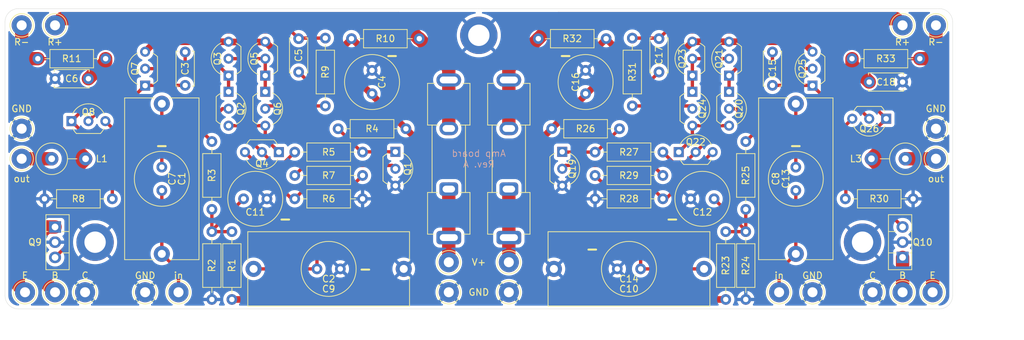
<source format=kicad_pcb>
(kicad_pcb (version 20241229) (generator "pcbnew") (generator_version "9.0")
  (layers (0 "F.Cu" signal) (2 "B.Cu" signal) (13 "F.Paste" user) (15 "B.Paste" user) (5 "F.SilkS" user "F.Silkscreen") (7 "B.SilkS" user "B.Silkscreen") (1 "F.Mask" user) (3 "B.Mask" user) (25 "Edge.Cuts" user))
  (net 0 "")
  (net 1 "/channel_r/in+")
  (net 2 "Net-(J1-Pin_1)")
  (net 3 "GND")
  (net 4 "Net-(C2-Pad1)")
  (net 5 "Net-(Q7-C)")
  (net 6 "Net-(Q2-C)")
  (net 7 "/channel_r/V+_filt")
  (net 8 "Net-(J3-Pin_1)")
  (net 9 "/channel_r/in-")
  (net 10 "Net-(C6-Pad1)")
  (net 11 "/channel_l/in+")
  (net 12 "Net-(J_in1-Pin_1)")
  (net 13 "Net-(C10-Pad1)")
  (net 14 "Net-(Q20-C)")
  (net 15 "Net-(Q10-B)")
  (net 16 "/channel_l/V+_filt")
  (net 17 "/channel_l/in-")
  (net 18 "Net-(J_E1-Pin_1)")
  (net 19 "Net-(C18-Pad1)")
  (net 20 "/channel_l/V+")
  (net 21 "Net-(J5-Pin_1)")
  (net 22 "Net-(J8-Pin_1)")
  (net 23 "Net-(J_R+1-Pin_1)")
  (net 24 "Net-(J_B1-Pin_1)")
  (net 25 "Net-(Q1-C)")
  (net 26 "Net-(Q1-B)")
  (net 27 "Net-(Q2-E)")
  (net 28 "Net-(Q3-B)")
  (net 29 "Net-(Q4-B)")
  (net 30 "Net-(Q8-E)")
  (net 31 "Net-(Q19-C)")
  (net 32 "Net-(Q19-B)")
  (net 33 "Net-(Q20-E)")
  (net 34 "Net-(Q21-B)")
  (net 35 "Net-(Q22-B)")
  (net 36 "Net-(Q26-E)")
  (net 37 "Net-(C11-Pad1)")
  (net 38 "Net-(C12-Pad1)")
  (net 39 "Net-(J2-Pin_1)")
  (net 40 "Net-(J_out1-Pin_1)")
  (net 41 "/channel_r/V+")
  (footprint "Inductor_THT:L_Axial_L11.0mm_D4.5mm_P5.08mm_Vertical_Fastron_MECC" (layer "F.Cu") (at 86 82.5)
    (property "Reference" "L1")
    (property "Value" "10u")
  )
  (footprint "Capacitor_THT:C_Disc_D5.0mm_W2.5mm_P5.00mm" (layer "F.Cu") (at 177 69.5 90)
    (property "Reference" "C17")
    (property "Value" "3.3p")
  )
  (footprint "Package_TO_SOT_THT:TO-92_Inline_Wide" (layer "F.Cu") (at 137.5 81.46 -90)
    (property "Reference" "Q1")
    (property "Value" "BC547")
  )
  (footprint "TestPoint:TestPoint_THTPad_D3.0mm_Drill1.5mm" (layer "F.Cu") (at 154.5 102.5)
    (property "Reference" "J11" (hide yes))
    (property "Value" "in_GND")
  )
  (footprint "Package_TO_SOT_THT:TO-92_Inline_Wide" (layer "F.Cu") (at 88.96 76.86)
    (property "Reference" "Q8")
    (property "Value" "BC547")
  )
  (footprint "Capacitor_THT:C_Radial_D8.0mm_H11.5mm_P3.50mm" (layer "F.Cu") (at 185.25 88.5 180)
    (property "Reference" "C12")
    (property "Value" "33u")
  )
  (footprint "Package_TO_SOT_THT:TO-92_Inline_Wide" (layer "F.Cu") (at 162.5 81.46 -90)
    (property "Reference" "Q19")
    (property "Value" "BC547")
  )
  (footprint "Package_TO_SOT_THT:TO-92_Inline_Wide" (layer "F.Cu") (at 187.5 70.04 90)
    (property "Reference" "Q21")
    (property "Value" "BC557")
  )
  (footprint "Capacitor_THT:C_Disc_D5.0mm_W2.5mm_P5.00mm" (layer "F.Cu") (at 91.5 70.5 180)
    (property "Reference" "C6")
    (property "Value" "C_sn")
  )
  (footprint "Package_TO_SOT_THT:TO-92_Inline_Wide" (layer "F.Cu") (at 112.5 72.46 -90)
    (property "Reference" "Q2")
    (property "Value" "BC547")
  )
  (footprint "Capacitor_THT:C_Radial_D8.0mm_H11.5mm_P3.50mm" (layer "F.Cu") (at 166 72.75 90)
    (property "Reference" "C16")
    (property "Value" "33u")
  )
  (footprint "Resistor_THT:R_Axial_DIN0207_L6.3mm_D2.5mm_P10.16mm_Horizontal" (layer "F.Cu") (at 177.58 85 180)
    (property "Reference" "R29")
    (property "Value" "10k")
  )
  (footprint "Package_TO_SOT_THT:TO-92_Inline_Wide" (layer "F.Cu") (at 182 72.46 -90)
    (property "Reference" "Q24")
    (property "Value" "BC547")
  )
  (footprint "Resistor_THT:R_Axial_DIN0207_L6.3mm_D2.5mm_P10.16mm_Horizontal" (layer "F.Cu") (at 173 74.58 90)
    (property "Reference" "R31")
    (property "Value" "47k")
  )
  (footprint "TestPoint:TestPoint_THTPad_D3.0mm_Drill1.5mm" (layer "F.Cu") (at 81.5 62.5 90)
    (property "Reference" "J3" (hide yes))
    (property "Value" "R_power-")
  )
  (footprint "MountingHole:MountingHole_3.2mm_M3_DIN965_Pad_TopBottom" (layer "F.Cu") (at 150 64)
    (property "Reference" "H2" (hide yes))
    (property "Value" "MountingHole_Pad")
  )
  (footprint "TestPoint:TestPoint_THTPad_D3.0mm_Drill1.5mm" (layer "F.Cu") (at 195 102.5 -90)
    (property "Reference" "J_in1" (hide yes))
    (property "Value" "in")
  )
  (footprint "Capacitor_THT:C_Rect_L24.0mm_W10.9mm_P22.50mm_MKT" (layer "F.Cu") (at 197.5 96.75 90)
    (property "Reference" "C8")
    (property "Value" "10u_foil")
  )
  (footprint "Package_TO_SOT_THT:TO-126-3_Vertical" (layer "F.Cu") (at 86.5 92.72 -90)
    (property "Reference" "Q9")
    (property "Value" "BD140")
  )
  (footprint "TestPoint:TestPoint_THTPad_D3.0mm_Drill1.5mm" (layer "F.Cu") (at 213.5 102.5 90)
    (property "Reference" "J_B1" (hide yes))
    (property "Value" "MJ2955_B")
  )
  (footprint "Package_TO_SOT_THT:TO-92_Inline_Wide" (layer "F.Cu") (at 112.5 70.04 90)
    (property "Reference" "Q3")
    (property "Value" "BC557")
  )
  (footprint "TestPoint:TestPoint_THTPad_D3.0mm_Drill1.5mm" (layer "F.Cu") (at 81.5 82.5 180)
    (property "Reference" "J8" (hide yes))
    (property "Value" "out")
  )
  (footprint "Capacitor_THT:C_Radial_D8.0mm_H11.5mm_P3.50mm" (layer "F.Cu") (at 102.5 87.25 90)
    (property "Reference" "C1")
    (property "Value" "33u")
  )
  (footprint "Package_TO_SOT_THT:TO-92_Inline_Wide" (layer "F.Cu") (at 187.5 72.46 -90)
    (property "Reference" "Q20")
    (property "Value" "BC547")
  )
  (footprint "TestPoint:TestPoint_THTPad_D3.0mm_Drill1.5mm" (layer "F.Cu") (at 145.5 102.5)
    (property "Reference" "J12" (hide yes))
    (property "Value" "GND")
  )
  (footprint "Package_TO_SOT_THT:TO-92_Inline_Wide" (layer "F.Cu") (at 179.96 81.5)
    (property "Reference" "Q22")
    (property "Value" "BC547")
  )
  (footprint "Capacitor_THT:C_Radial_D8.0mm_H11.5mm_P3.50mm" (layer "F.Cu") (at 174.25 99 180)
    (property "Reference" "C14")
    (property "Value" "33u")
  )
  (footprint "Resistor_THT:R_Axial_DIN0207_L6.3mm_D2.5mm_P10.16mm_Horizontal" (layer "F.Cu") (at 204.92 88.5)
    (property "Reference" "R30")
    (property "Value" "330")
  )
  (footprint "Resistor_THT:R_Axial_DIN0207_L6.3mm_D2.5mm_P10.16mm_Horizontal" (layer "F.Cu") (at 130.92 64.5)
    (property "Reference" "R10")
    (property "Value" "10")
  )
  (footprint "Resistor_THT:R_Axial_DIN0207_L6.3mm_D2.5mm_P10.16mm_Horizontal" (layer "F.Cu") (at 216.08 67.5 180)
    (property "Reference" "R33")
    (property "Value" "R_sn")
  )
  (footprint "TestPoint:TestPoint_THTPad_D3.0mm_Drill1.5mm" (layer "F.Cu") (at 218.5 82.5 90)
    (property "Reference" "J_out1" (hide yes))
    (property "Value" "out")
  )
  (footprint "TestPoint:TestPoint_THTPad_D3.0mm_Drill1.5mm" (layer "F.Cu") (at 154.5 98 90)
    (property "Reference" "J7" (hide yes))
    (property "Value" "V+_in")
  )
  (footprint "Resistor_THT:R_Axial_DIN0207_L6.3mm_D2.5mm_P10.16mm_Horizontal" (layer "F.Cu") (at 190 93.42 -90)
    (property "Reference" "R24")
    (property "Value" "4k7")
  )
  (footprint "Capacitor_THT:C_Rect_L24.0mm_W10.9mm_P22.50mm_MKT" (layer "F.Cu") (at 116.25 99)
    (property "Reference" "C9")
    (property "Value" "10u_foil")
  )
  (footprint "Resistor_THT:R_Axial_DIN0207_L6.3mm_D2.5mm_P10.16mm_Horizontal" (layer "F.Cu") (at 127 74.58 90)
    (property "Reference" "R9")
    (property "Value" "47k")
  )
  (footprint "Package_TO_SOT_THT:TO-92_Inline_Wide" (layer "F.Cu") (at 211.04 76.5 180)
    (property "Reference" "Q26")
    (property "Value" "BC547")
  )
  (footprint "Resistor_THT:R_Axial_DIN0207_L6.3mm_D2.5mm_P10.16mm_Horizontal" (layer "F.Cu") (at 169.08 64.5 180)
    (property "Reference" "R32")
    (property "Value" "10")
  )
  (footprint "Package_TO_SOT_THT:TO-92_Inline_Wide" (layer "F.Cu") (at 118 72.46 -90)
    (property "Reference" "Q6")
    (property "Value" "BC547")
  )
  (footprint "Resistor_THT:R_Axial_DIN0207_L6.3mm_D2.5mm_P10.16mm_Horizontal" (layer "F.Cu") (at 171.08 78 180)
    (property "Reference" "R26")
    (property "Value" "22k" (hide yes))
  )
  (footprint "Resistor_THT:R_Axial_DIN0207_L6.3mm_D2.5mm_P10.16mm_Horizontal" (layer "F.Cu") (at 122.42 85)
    (property "Reference" "R7")
    (property "Value" "10k")
  )
  (footprint "Package_TO_SOT_THT:TO-92_Inline_Wide" (layer "F.Cu") (at 118 70.04 90)
    (property "Reference" "Q5")
    (property "Value" "BC557")
  )
  (footprint "Package_TO_SOT_THT:TO-92_Inline_Wide" (layer "F.Cu") (at 200 71.54 90)
    (property "Reference" "Q25")
    (property "Value" "BC557")
  )
  (footprint "TestPoint:TestPoint_THTPad_D3.0mm_Drill1.5mm" (layer "F.Cu") (at 86.5 102.5 90)
    (property "Reference" "J5" (hide yes))
    (property "Value" "MJ2955_B")
  )
  (footprint "Package_TO_SOT_THT:TO-92_Inline_Wide" (layer "F.Cu") (at 120.04 81.5 180)
    (property "Reference" "Q4")
    (property "Value" "BC547")
  )
  (footprint "MountingHole:MountingHole_3.2mm_M3_DIN965_Pad_TopBottom" (layer "F.Cu") (at 207.5 95)
    (property "Reference" "H1" (hide yes))
    (property "Value" "MountingHole_Pad")
  )
  (footprint "Package_TO_SOT_THT:TO-126-3_Vertical" (layer "F.Cu") (at 213.5 97.28 90)
    (property "Reference" "Q10")
    (property "Value" "BD140")
  )
  (footprint "Package_TO_SOT_THT:TO-92_Inline_Wide" (layer "F.Cu") (at 182 70.04 90)
    (property "Reference" "Q23")
    (property "Value" "BC557")
  )
  (footprint "Resistor_THT:R_Axial_DIN0207_L6.3mm_D2.5mm_P10.16mm_Horizontal" (layer "F.Cu") (at 167.42 81.5)
    (property "Reference" "R27")
    (property "Value" "1k")
  )
  (footprint "Resistor_THT:R_Axial_DIN0207_L6.3mm_D2.5mm_P10.16mm_Horizontal" (layer "F.Cu") (at 190 90.08 90)
    (property "Reference" "R25")
    (property "Value" "42k")
  )
  (footprint "Resistor_THT:R_Axial_DIN0207_L6.3mm_D2.5mm_P10.16mm_Horizontal" (layer "F.Cu") (at 122.42 88.5)
    (property "Reference" "R6")
    (property "Value" "1k")
  )
  (footprint "TestPoint:TestPoint_THTPad_D3.0mm_Drill1.5mm" (layer "F.Cu") (at 218.5 78)
    (property "Reference" "J_GND3" (hide yes))
    (property "Value" "out_GND")
  )
  (footprint "Resistor_THT:R_Axial_DIN0207_L6.3mm_D2.5mm_P10.16mm_Horizontal" (layer "F.Cu") (at 110 90.08 90)
    (property "Reference" "R3")
    (property "Value" "42k")
  )
  (footprint "TestPoint:TestPoint_THTPad_D3.0mm_Drill1.5mm" (layer "F.Cu") (at 218.5 62.5)
    (property "Reference" "J_R-1" (hide yes))
    (property "Value" "R_power-")
  )
  (footprint "Resistor_THT:R_Axial_DIN0207_L6.3mm_D2.5mm_P10.16mm_Horizontal" (layer "F.Cu") (at 83.92 67.5)
    (property "Reference" "R11")
    (property "Value" "R_sn")
  )
  (footprint "TestPoint:TestPoint_THTPad_D3.0mm_Drill1.5mm" (layer "F.Cu") (at 86.5 62.5 90)
    (property "Reference" "J2" (hide yes))
    (property "Value" "R_power+")
  )
  (footprint "TestPoint:TestPoint_THTPad_D3.0mm_Drill1.5mm" (layer "F.Cu") (at 100 102.5)
    (property "Reference" "J9" (hide yes))
    (property "Value" "GND")
  )
  (footprint "Fuse:Fuseholder_Clip-5x20mm_Keystone_3512P_Inline_P23.62x7.27mm_D1.02x2.41x1.02x1.57mm_Horizontal" (layer "F.Cu") (at 154.5 94.31 90)
    (property "Reference" "F2" (hide yes))
    (property "Value" "2A f")
  )
  (footprint "Package_TO_SOT_THT:TO-92_Inline_Wide" (layer "F.Cu") (at 100 71.54 90)
    (property "Reference" "Q7")
    (property "Value" "BC557")
  )
  (footprint "TestPoint:TestPoint_THTPad_D3.0mm_Drill1.5mm" (layer "F.Cu") (at 105 102.5 90)
    (property "Reference" "J1" (hide yes))
    (property "Value" "in")
  )
  (footprint "Resistor_THT:R_Axial_DIN0207_L6.3mm_D2.5mm_P10.16mm_Horizontal" (layer "F.Cu") (at 132.58 81.5 180)
    (property "Reference" "R5")
    (property "Value" "1k")
  )
  (footprint "TestPoint:TestPoint_THTPad_D3.0mm_Drill1.5mm" (layer "F.Cu") (at 145.5 98)
    (property "Reference" "J10" (hide yes))
    (property "Value" "V+_in")
  )
  (footprint "Capacitor_THT:C_Radial_D8.0mm_H11.5mm_P3.50mm" (layer "F.Cu") (at 197.5 87.25 90)
    (property "Reference" "C13")
    (property "Value" "33u")
  )
  (footprint "Capacitor_THT:C_Disc_D5.0mm_W2.5mm_P5.00mm" (layer "F.Cu") (at 106 66.5 -90)
    (property "Reference" "C3")
    (property "Value" "47p")
  )
  (footprint "Capacitor_THT:C_Radial_D8.0mm_H11.5mm_P3.50mm" (layer "F.Cu") (at 125.75 99)
    (property "Reference" "C2")
    (property "Value" "33u")
  )
  (footprint "MountingHole:MountingHole_3.2mm_M3_DIN965_Pad_TopBottom" (layer "F.Cu") (at 92.5 95)
    (property "Reference" "H3" (hide yes))
    (property "Value" "MountingHole_Pad")
  )
  (footprint "TestPoint:TestPoint_THTPad_D3.0mm_Drill1.5mm" (layer "F.Cu") (at 213.5 62.5)
    (property "Reference" "J_R+1" (hide yes))
    (property "Value" "R_power+")
  )
  (footprint "Capacitor_THT:C_Disc_D5.0mm_W2.5mm_P5.00mm" (layer "F.Cu") (at 123 69.5 90)
    (property "Reference" "C5")
    (property "Value" "3.3p")
  )
  (footprint "Inductor_THT:L_Axial_L11.0mm_D4.5mm_P5.08mm_Vertical_Fastron_MECC" (layer "F.Cu") (at 213.915 82.5 180)
    (property "Reference" "L3")
    (property "Value" "10u")
  )
  (footprint "Capacitor_THT:C_Rect_L24.0mm_W10.9mm_P22.50mm_MKT" (layer "F.Cu") (at 183.75 99 180)
    (property "Reference" "C10")
    (property "Value" "10u_foil")
  )
  (footprint "TestPoint:TestPoint_THTPad_D3.0mm_Drill1.5mm" (layer "F.Cu") (at 91 102.5 90)
    (property "Reference" "J6" (hide yes))
    (property "Value" "MJ2955_C")
  )
  (footprint "Resistor_THT:R_Axial_DIN0207_L6.3mm_D2.5mm_P10.16mm_Horizontal" (layer "F.Cu") (at 95.08 88.5 180)
    (property "Reference" "R8")
    (property "Value" "330")
  )
  (footprint "Resistor_THT:R_Axial_DIN0207_L6.3mm_D2.5mm_P10.16mm_Horizontal" (layer "F.Cu") (at 113 103.58 90)
    (property "Reference" "R1")
    (property "Value" "4k7")
  )
  (footprint "TestPoint:TestPoint_THTPad_D3.0mm_Drill1.5mm" (layer "F.Cu") (at 218 102.5 90)
    (property "Reference" "J_E1" (hide yes))
    (property "Value" "MJ2955_E")
  )
  (footprint "TestPoint:TestPoint_THTPad_D3.0mm_Drill1.5mm" (layer "F.Cu") (at 200 102.5 90)
    (property "Reference" "J_GND1" (hide yes))
    (property "Value" "in_GND")
  )
  (footprint "TestPoint:TestPoint_THTPad_D3.0mm_Drill1.5mm" (layer "F.Cu") (at 81.5 78)
    (property "Reference" "J_GND2" (hide yes))
    (property "Value" "out_GND")
  )
  (footprint "Resistor_THT:R_Axial_DIN0207_L6.3mm_D2.5mm_P10.16mm_Horizontal" (layer "F.Cu") (at 110 93.42 -90)
    (property "Reference" "R2")
    (property "Value" "4k7")
  )
  (footprint "TestPoint:TestPoint_THTPad_D3.0mm_Drill1.5mm" (layer "F.Cu") (at 209 102.5 90)
    (property "Reference" "J_C1" (hide yes))
    (property "Value" "MJ2955_C")
  )
  (footprint "Resistor_THT:R_Axial_DIN0207_L6.3mm_D2.5mm_P10.16mm_Horizontal" (layer "F.Cu") (at 187 103.58 90)
    (property "Reference" "R23")
    (property "Value" "4k7")
  )
  (footprint "Fuse:Fuseholder_Clip-5x20mm_Keystone_3512P_Inline_P23.62x7.27mm_D1.02x2.41x1.02x1.57mm_Horizontal" (layer "F.Cu") (at 145.5 94.31 90)
    (property "Reference" "F1" (hide yes))
    (property "Value" "2A f")
  )
  (footprint "Capacitor_THT:C_Radial_D8.0mm_H11.5mm_P3.50mm" (layer "F.Cu") (at 134 72.75 90)
    (property "Reference" "C4")
    (property "Value" "33u")
  )
  (footprint "TestPoint:TestPoint_THTPad_D3.0mm_Drill1.5mm" (layer "F.Cu") (at 82 102.5 90)
    (property "Reference" "J4" (hide yes))
    (property "Value" "MJ2955_E")
  )
  (footprint "Capacitor_THT:C_Disc_D5.0mm_W2.5mm_P5.00mm" (layer "F.Cu") (at 194 66.5 -90)
    (property "Reference" "C15")
    (property "Value" "47p")
  )
  (footprint "Capacitor_THT:C_Disc_D5.0mm_W2.5mm_P5.00mm" (layer "F.Cu") (at 208.5 71)
    (property "Reference" "C18")
    (property "Value" "C_sn")
  )
  (footprint "Resistor_THT:R_Axial_DIN0207_L6.3mm_D2.5mm_P10.16mm_Horizontal" (layer "F.Cu") (at 177.58 88.5 180)
    (property "Reference" "R28")
    (property "Value" "1k")
  )
  (footprint "Capacitor_THT:C_Rect_L24.0mm_W10.9mm_P22.50mm_MKT" (layer "F.Cu") (at 102.5 96.75 90)
    (property "Reference" "C7")
    (property "Value" "10u_foil")
  )
  (footprint "Resistor_THT:R_Axial_DIN0207_L6.3mm_D2.5mm_P10.16mm_Horizontal" (layer "F.Cu") (at 128.92 78)
    (property "Reference" "R4")
    (property "Value" "22k")
  )
  (footprint "Capacitor_THT:C_Radial_D8.0mm_H11.5mm_P3.50mm" (layer "F.Cu") (at 114.75 88.5)
    (property "Reference" "C11")
    (property "Value" "33u")
  )
  (gr_arc (start 221 103) (mid 220.414214 104.414214) (end 219 105) (stroke (width 0.05)) (layer "Edge.Cuts"))
  (gr_line (start 81 60) (end 150 60) (stroke (width 0.05)) (layer "Edge.Cuts"))
  (gr_arc (start 219 60) (mid 220.414214 60.585786) (end 221 62) (stroke (width 0.05)) (layer "Edge.Cuts"))
  (gr_line (start 219 105) (end 150 105) (stroke (width 0.05)) (layer "Edge.Cuts"))
  (gr_line (start 221 62) (end 221 103) (stroke (width 0.05)) (layer "Edge.Cuts"))
  (gr_line (start 79 62) (end 79 103) (stroke (width 0.05)) (layer "Edge.Cuts"))
  (gr_line (start 150 60) (end 219 60) (stroke (width 0.05)) (layer "Edge.Cuts"))
  (gr_line (start 150 105) (end 81 105) (stroke (width 0.05)) (layer "Edge.Cuts"))
  (gr_arc (start 79 62) (mid 79.585786 60.585786) (end 81 60) (stroke (width 0.05)) (layer "Edge.Cuts"))
  (gr_arc (start 81 105) (mid 79.585786 104.414214) (end 79 103) (stroke (width 0.05)) (layer "Edge.Cuts"))
  (gr_text "C" (at 209 100 0) (layer "F.SilkS") (effects (font (size 1 1))))
  (gr_text "R-\n" (at 81.5 65 0) (layer "F.SilkS") (effects (font (size 1 1))))
  (gr_text "E" (at 218 100 0) (layer "F.SilkS") (effects (font (size 1 1))))
  (gr_text "in" (at 195 100 0) (layer "F.SilkS") (effects (font (size 1 1))))
  (gr_text "B" (at 213.5 100 0) (layer "F.SilkS") (effects (font (size 1 1))))
  (gr_text "-\n" (at 102.5 80.5 0) (layer "F.SilkS") (effects (font (size 1.5 1.5) (thickness 0.3) (bold yes))))
  (gr_text "R+" (at 86.5 65 0) (layer "F.SilkS") (effects (font (size 1 1))))
  (gr_text "-\n" (at 133 99 0) (layer "F.SilkS") (effects (font (size 1.5 1.5) (thickness 0.3) (bold yes))))
  (gr_text "B" (at 86.5 100 0) (layer "F.SilkS") (effects (font (size 1 1))))
  (gr_text "out" (at 81.5 85.5 0) (layer "F.SilkS") (effects (font (size 1 1))))
  (gr_text "-\n" (at 121 91.5 0) (layer "F.SilkS") (effects (font (size 1.5 1.5) (thickness 0.3) (bold yes))))
  (gr_text "R+" (at 213.5 65 0) (layer "F.SilkS") (effects (font (size 1 1))))
  (gr_text "GND" (at 100 100 0) (layer "F.SilkS") (effects (font (size 1 1))))
  (gr_text "GND" (at 200 100 0) (layer "F.SilkS") (effects (font (size 1 1))))
  (gr_text "-\n" (at 167 96 0) (layer "F.SilkS") (effects (font (size 1.5 1.5) (thickness 0.3) (bold yes))))
  (gr_text "GND" (at 150 102.5 0) (layer "F.SilkS") (effects (font (size 1 1))))
  (gr_text "E" (at 82 100 0) (layer "F.SilkS") (effects (font (size 1 1))))
  (gr_text "V+\n" (at 150 98 0) (layer "F.SilkS") (effects (font (size 1 1))))
  (gr_text "-\n" (at 179 91.5 0) (layer "F.SilkS") (effects (font (size 1.5 1.5) (thickness 0.3) (bold yes))))
  (gr_text "R-\n" (at 218.5 65 0) (layer "F.SilkS") (effects (font (size 1 1))))
  (gr_text "-\n" (at 137 67 0) (layer "F.SilkS") (effects (font (size 1.5 1.5) (thickness 0.3) (bold yes))))
  (gr_text "-\n" (at 197.5 80.5 0) (layer "F.SilkS") (effects (font (size 1.5 1.5) (thickness 0.3) (bold yes))))
  (gr_text "out" (at 218.5 85.5 0) (layer "F.SilkS") (effects (font (size 1 1))))
  (gr_text "GND" (at 81.5 75 0) (layer "F.SilkS") (effects (font (size 1 1))))
  (gr_text "in" (at 105 100 0) (layer "F.SilkS") (effects (font (size 1 1))))
  (gr_text "C" (at 91 100 0) (layer "F.SilkS") (effects (font (size 1 1))))
  (gr_text "-\n" (at 163 67 0) (layer "F.SilkS") (effects (font (size 1.5 1.5) (thickness 0.3) (bold yes))))
  (gr_text "GND" (at 218.5 75 0) (layer "F.SilkS") (effects (font (size 1 1))))
  (gr_text "Amp board\nRev. A" (at 150 82.5 0) (layer "B.SilkS") (effects (font (size 1 1) (thickness 0.1)) (justify mirror)))
  (segment (start 102.5 77.5) (end 102.5 83.75) (width 0.5) (layer "F.Cu") (net 1))
  (segment (start 102.5 77.5) (end 109.08 77.5) (width 0.5) (layer "F.Cu") (net 1))
  (segment (start 109.08 79) (end 110 79.92) (width 0.5) (layer "F.Cu") (net 1))
  (segment (start 112.5 75) (end 111.58 75) (width 0.5) (layer "F.Cu") (net 1))
  (segment (start 102.5 74.25) (end 102.5 77.5) (width 0.5) (layer "F.Cu") (net 1))
  (segment (start 109.08 77.5) (end 109.08 79) (width 0.5) (layer "F.Cu") (net 1))
  (segment (start 111.58 75) (end 109.08 77.5) (width 0.5) (layer "F.Cu") (net 1))
  (segment (start 105 99.25) (end 102.5 96.75) (width 0.5) (layer "F.Cu") (net 2))
  (segment (start 102.5 87.25) (end 102.5 96.75) (width 0.5) (layer "F.Cu") (net 2))
  (segment (start 105 102.5) (end 105 99.25) (width 0.5) (layer "F.Cu") (net 2))
  (segment (start 125.75 91.83) (end 132.58 85) (width 0.5) (layer "F.Cu") (net 4))
  (segment (start 125.75 99) (end 116.25 99) (width 0.5) (layer "F.Cu") (net 4))
  (segment (start 125.75 98.5) (end 125.75 91.83) (width 0.5) (layer "F.Cu") (net 4))
  (segment (start 88.5 92.5) (end 88.5 95.28) (width 0.5) (layer "F.Cu") (net 5))
  (segment (start 88.5 95.28) (end 86.5 97.28) (width 0.5) (layer "F.Cu") (net 5))
  (segment (start 92.82 73) (end 88.96 76.86) (width 0.5) (layer "F.Cu") (net 5))
  (segment (start 98.5 73) (end 92.82 73) (width 0.5) (layer "F.Cu") (net 5))
  (segment (start 99.96 71.54) (end 98.5 73) (width 0.5) (layer "F.Cu") (net 5))
  (segment (start 93.5 81.4) (end 93.5 87.5) (width 0.5) (layer "F.Cu") (net 5))
  (segment (start 100.04 71.5) (end 100 71.54) (width 0.5) (layer "F.Cu") (net 5))
  (segment (start 106 71.5) (end 100.04 71.5) (width 0.5) (layer "F.Cu") (net 5))
  (segment (start 93.5 87.5) (end 88.5 92.5) (width 0.5) (layer "F.Cu") (net 5))
  (segment (start 100 71.54) (end 99.96 71.54) (width 0.5) (layer "F.Cu") (net 5))
  (segment (start 88.96 76.86) (end 93.5 81.4) (width 0.5) (layer "F.Cu") (net 5))
  (segment (start 112.5 70.04) (end 112.5 72.46) (width 0.5) (layer "F.Cu") (net 6))
  (segment (start 106 66.5) (end 106 69) (width 0.5) (layer "F.Cu") (net 6))
  (segment (start 106 69) (end 111.46 69) (width 0.5) (layer "F.Cu") (net 6))
  (segment (start 100 69) (end 106 69) (width 0.5) (layer "F.Cu") (net 6))
  (segment (start 111.46 69) (end 112.5 70.04) (width 0.5) (layer "F.Cu") (net 6))
  (segment (start 132 70.92) (end 139.08 78) (width 1) (layer "F.Cu") (net 7))
  (segment (start 112.54 65) (end 112.5 64.96) (width 1) (layer "F.Cu") (net 7))
  (segment (start 140.5 92) (end 128.92 103.58) (width 1) (layer "F.Cu") (net 7))
  (segment (start 101.5 64.96) (end 100 66.46) (width 1) (layer "F.Cu") (net 7))
  (segment (start 118.04 65) (end 112.54 65) (width 1) (layer "F.Cu") (net 7))
  (segment (start 112.5 64.96) (end 101.5 64.96) (width 1) (layer "F.Cu") (net 7))
  (segment (start 132 65.5) (end 132 70.92) (width 1) (layer "F.Cu") (net 7))
  (segment (start 130.92 64.5) (end 131 64.5) (width 1) (layer "F.Cu") (net 7))
  (segment (start 128.42 67) (end 120.04 67) (width 1) (layer "F.Cu") (net 7))
  (segment (start 120.04 67) (end 118.04 65) (width 1) (layer "F.Cu") (net 7))
  (segment (start 130.92 64.5) (end 128.42 67) (width 1) (layer "F.Cu") (net 7))
  (segment (start 128.92 103.58) (end 113 103.58) (width 1) (layer "F.Cu") (net 7))
  (segment (start 139.08 78) (end 140.5 79.42) (width 1) (layer "F.Cu") (net 7))
  (segment (start 131 64.5) (end 132 65.5) (width 1) (layer "F.Cu") (net 7))
  (segment (start 140.5 79.42) (end 140.5 92) (width 1) (layer "F.Cu") (net 7))
  (segment (start 94 65) (end 89 65) (width 0.5) (layer "F.Cu") (net 8))
  (segment (start 81.5 62.5) (end 81.5 67.5) (width 2) (layer "F.Cu") (net 8))
  (segment (start 91.08 82.5) (end 88.08 85.5) (width 2) (layer "F.Cu") (net 8))
  (segment (start 122 63.5) (end 95.5 63.5) (width 0.5) (layer "F.Cu") (net 8))
  (segment (start 81.5 72.92) (end 91.08 82.5) (width 2) (layer "F.Cu") (net 8))
  (segment (start 86.5 67.5) (end 83.92 67.5) (width 0.5) (layer "F.Cu") (net 8))
  (segment (start 81 87.5) (end 81 101.5) (width 2) (layer "F.Cu") (net 8))
  (segment (start 81.5 67.5) (end 81.5 72.92) (width 2) (layer "F.Cu") (net 8))
  (segment (start 81.5 67.5) (end 83.92 67.5) (width 2) (layer "F.Cu") (net 8))
  (segment (start 89 65) (end 86.5 67.5) (width 0.5) (layer "F.Cu") (net 8))
  (segment (start 95.5 63.5) (end 94 65) (width 0.5) (layer "F.Cu") (net 8))
  (segment (start 127 64.42) (end 123.08 64.42) (width 0.5) (layer "F.Cu") (net 8))
  (segment (start 88.08 85.5) (end 83 85.5) (width 2) (layer "F.Cu") (net 8))
  (segment (start 83 85.5) (end 81 87.5) (width 2) (layer "F.Cu") (net 8))
  (segment (start 123 64.5) (end 122 63.5) (width 0.5) (layer "F.Cu") (net 8))
  (segment (start 81 101.5) (end 82 102.5) (width 2) (layer "F.Cu") (net 8))
  (segment (start 123.08 64.42) (end 123 64.5) (width 0.5) (layer "F.Cu") (net 8))
  (segment (start 127 74.58) (end 118.42 74.58) (width 0.5) (layer "F.Cu") (net 9))
  (segment (start 124.5 82.92) (end 122.42 85) (width 0.5) (layer "F.Cu") (net 9))
  (segment (start 124.5 71) (end 124.5 82.92) (width 0.5) (layer "F.Cu") (net 9))
  (segment (start 123 69.5) (end 124.5 71) (width 0.5) (layer "F.Cu") (net 9))
  (segment (start 118.42 74.58) (end 118 75) (width 0.5) (layer "F.Cu") (net 9))
  (segment (start 94.08 67.92) (end 91.5 70.5) (width 2) (layer "F.Cu") (net 10))
  (segment (start 94.08 67.5) (end 94.08 67.92) (width 2) (layer "F.Cu") (net 10))
  (segment (start 197.5 83.75) (end 197.5 77.5) (width 0.5) (layer "F.Cu") (net 11))
  (segment (start 188.5 75) (end 191 77.5) (width 0.5) (layer "F.Cu") (net 11))
  (segment (start 191 77.5) (end 191 78.92) (width 0.5) (layer "F.Cu") (net 11))
  (segment (start 197.5 77.5) (end 197.5 74.25) (width 0.5) (layer "F.Cu") (net 11))
  (segment (start 191 77.5) (end 197.5 77.5) (width 0.5) (layer "F.Cu") (net 11))
  (segment (start 191 78.92) (end 190 79.92) (width 0.5) (layer "F.Cu") (net 11))
  (segment (start 187.5 75) (end 188.5 75) (width 0.5) (layer "F.Cu") (net 11))
  (segment (start 195 99.25) (end 195 101.5) (width 0.5) (layer "F.Cu") (net 12))
  (segment (start 197.5 96.75) (end 195 99.25) (width 0.5) (layer "F.Cu") (net 12))
  (segment (start 197.5 87.25) (end 197.5 96.75) (width 0.5) (layer "F.Cu") (net 12))
  (segment (start 167.42 85) (end 174.25 91.83) (width 0.5) (layer "F.Cu") (net 13))
  (segment (start 174.25 91.83) (end 174.25 99) (width 0.5) (layer "F.Cu") (net 13))
  (segment (start 174.25 99) (end 183.75 99) (width 0.5) (layer "F.Cu") (net 13))
  (segment (start 194 69) (end 200 69) (width 0.5) (layer "F.Cu") (net 14))
  (segment (start 187.5 70.04) (end 188.54 69) (width 0.5) (layer "F.Cu") (net 14))
  (segment (start 187.5 70.04) (end 187.5 72.46) (width 0.5) (layer "F.Cu") (net 14))
  (segment (start 188.54 69) (end 194 69) (width 0.5) (layer "F.Cu") (net 14))
  (segment (start 194 66.5) (end 194 69) (width 0.5) (layer "F.Cu") (net 14))
  (segment (start 211.04 76.5) (end 206.5 81.04) (width 0.5) (layer "F.Cu") (net 15))
  (segment (start 206.5 85.72) (end 213.5 92.72) (width 0.5) (layer "F.Cu") (net 15))
  (segment (start 194 71.5) (end 199.96 71.5) (width 0.5) (layer "F.Cu") (net 15))
  (segment (start 199.96 71.5) (end 200 71.54) (width 0.5) (layer "F.Cu") (net 15))
  (segment (start 200 71.54) (end 201.46 73) (width 0.5) (layer "F.Cu") (net 15))
  (segment (start 206.5 81.04) (end 206.5 85.72) (width 0.5) (layer "F.Cu") (net 15))
  (segment (start 201.46 73) (end 207.54 73) (width 0.5) (layer "F.Cu") (net 15))
  (segment (start 207.54 73) (end 211.04 76.5) (width 0.5) (layer "F.Cu") (net 15))
  (segment (start 160.92 78) (end 167.96 70.96) (width 1) (layer "F.Cu") (net 16))
  (segment (start 198.5 64.96) (end 200 66.46) (width 1) (layer "F.Cu") (net 16))
  (segment (start 159.5 92) (end 159.5 79.42) (width 1) (layer "F.Cu") (net 16))
  (segment (start 159.5 79.42) (end 160.92 78) (width 1) (layer "F.Cu") (net 16))
  (segment (start 187 103.58) (end 171.08 103.58) (width 1) (layer "F.Cu") (net 16))
  (segment (start 167.96 70.96) (end 167.96 65.62) (width 1) (layer "F.Cu") (net 16))
  (segment (start 182 64.96) (end 198.5 64.96) (width 1) (layer "F.Cu") (net 16))
  (segment (start 167.96 65.62) (end 169.08 64.5) (width 1) (layer "F.Cu") (net 16))
  (segment (start 179.96 67) (end 171.58 67) (width 1) (layer "F.Cu") (net 16))
  (segment (start 171.08 103.58) (end 159.5 92) (width 1) (layer "F.Cu") (net 16))
  (segment (start 171.58 67) (end 169.08 64.5) (width 1) (layer "F.Cu") (net 16))
  (segment (start 182 64.96) (end 179.96 67) (width 1) (layer "F.Cu") (net 16))
  (segment (start 173 74.58) (end 175.5 74.58) (width 0.5) (layer "F.Cu") (net 17))
  (segment (start 175.5 75) (end 175.5 71) (width 0.5) (layer "F.Cu") (net 17))
  (segment (start 175.5 82.92) (end 175.5 75) (width 0.5) (layer "F.Cu") (net 17))
  (segment (start 175.5 71) (end 177 69.5) (width 0.5) (layer "F.Cu") (net 17))
  (segment (start 175.5 75) (end 175.5 74.58) (width 0.5) (layer "F.Cu") (net 17))
  (segment (start 177.58 85) (end 175.5 82.92) (width 0.5) (layer "F.Cu") (net 17))
  (segment (start 181.58 74.58) (end 182 75) (width 0.5) (layer "F.Cu") (net 17))
  (segment (start 175.5 74.58) (end 181.58 74.58) (width 0.5) (layer "F.Cu") (net 17))
  (segment (start 216 85.5) (end 211.835 85.5) (width 2) (layer "F.Cu") (net 18))
  (segment (start 213.5 67.5) (end 211 65) (width 0.5) (layer "F.Cu") (net 18))
  (segment (start 177.08 64.42) (end 173 64.42) (width 0.5) (layer "F.Cu") (net 18))
  (segment (start 216.08 67.5) (end 218.5 67.5) (width 2) (layer "F.Cu") (net 18))
  (segment (start 211 65) (end 206 65) (width 0.5) (layer "F.Cu") (net 18))
  (segment (start 216.08 67.5) (end 213.5 67.5) (width 0.5) (layer "F.Cu") (net 18))
  (segment (start 208.835 82.5) (end 218.5 72.835) (width 2) (layer "F.Cu") (net 18))
  (segment (start 206 65) (end 204.5 63.5) (width 0.5) (layer "F.Cu") (net 18))
  (segment (start 218.5 72.835) (end 218.5 62.5) (width 2) (layer "F.Cu") (net 18))
  (segment (start 204.5 63.5) (end 178 63.5) (width 0.5) (layer "F.Cu") (net 18))
  (segment (start 218 102.5) (end 218 87.5) (width 2) (layer "F.Cu") (net 18))
  (segment (start 218 87.5) (end 216 85.5) (width 2) (layer "F.Cu") (net 18))
  (segment (start 178 63.5) (end 177.08 64.42) (width 0.5) (layer "F.Cu") (net 18))
  (segment (start 211.835 85.5) (end 208.835 82.5) (width 2) (layer "F.Cu") (net 18))
  (segment (start 205.92 68.42) (end 208.5 71) (width 2) (layer "F.Cu") (net 19))
  (segment (start 205.92 67.5) (end 205.92 68.42) (width 2) (layer "F.Cu") (net 19))
  (segment (start 154.5 94.31) (end 154.5 98) (width 2) (layer "F.Cu") (net 20))
  (segment (start 154.5 87.04) (end 154.5 94.31) (width 2) (layer "F.Cu") (net 20))
  (segment (start 86.5 102.5) (end 84 100) (width 2) (layer "F.Cu") (net 21))
  (segment (start 85.28 92.72) (end 86.5 92.72) (width 2) (layer "F.Cu") (net 21))
  (segment (start 84 94) (end 85.28 92.72) (width 2) (layer "F.Cu") (net 21))
  (segment (start 84 100) (end 84 94) (width 2) (layer "F.Cu") (net 21))
  (segment (start 86 82.5) (end 81.5 82.5) (width 2) (layer "F.Cu") (net 22))
  (segment (start 161.919 61.501) (end 212.501 61.501) (width 2) (layer "F.Cu") (net 23))
  (segment (start 154.5 77.96) (end 154.5 68.92) (width 2) (layer "F.Cu") (net 23))
  (segment (start 154.5 68.92) (end 158.92 64.5) (width 2) (layer "F.Cu") (net 23))
  (segment (start 158.92 64.5) (end 161.919 61.501) (width 2) (layer "F.Cu") (net 23))
  (segment (start 212.501 61.501) (end 213.5 62.5) (width 2) (layer "F.Cu") (net 23))
  (segment (start 213.5 102.5) (end 213.5 97.28) (width 2) (layer "F.Cu") (net 24))
  (segment (start 132.38 81.46) (end 128.92 78) (width 0.5) (layer "F.Cu") (net 25))
  (segment (start 137.5 81.46) (end 132.38 81.46) (width 0.5) (layer "F.Cu") (net 25))
  (segment (start 122.42 88.5) (end 127.42 83.5) (width 0.5) (layer "F.Cu") (net 26))
  (segment (start 122.42 88.5) (end 121.96 88.5) (width 0.5) (layer "F.Cu") (net 26))
  (segment (start 121.96 88.5) (end 114.96 81.5) (width 0.5) (layer "F.Cu") (net 26))
  (segment (start 137 83.5) (end 137.5 84) (width 0.5) (layer "F.Cu") (net 26))
  (segment (start 127.42 83.5) (end 137 83.5) (width 0.5) (layer "F.Cu") (net 26))
  (segment (start 112.5 77.54) (end 118 77.54) (width 0.5) (layer "F.Cu") (net 27))
  (segment (start 118 77.54) (end 118 79.46) (width 0.5) (layer "F.Cu") (net 27))
  (segment (start 118 79.46) (end 120.04 81.5) (width 0.5) (layer "F.Cu") (net 27))
  (segment (start 112.5 67.5) (end 118 67.5) (width 0.5) (layer "F.Cu") (net 28))
  (segment (start 118 67.5) (end 118 72.46) (width 0.5) (layer "F.Cu") (net 28))
  (segment (start 122.42 81.5) (end 120.92 83) (width 0.5) (layer "F.Cu") (net 29))
  (segment (start 115.5 79.5) (end 114 79.5) (width 0.5) (layer "F.Cu") (net 29))
  (segment (start 93.86 74.5) (end 91.5 76.86) (width 0.5) (layer "F.Cu") (net 29))
  (segment (start 114 79.5) (end 113 80.5) (width 0.5) (layer "F.Cu") (net 29))
  (segment (start 113 83.5) (end 111 85.5) (width 0.5) (layer "F.Cu") (net 29))
  (segment (start 119 83) (end 117.5 81.5) (width 0.5) (layer "F.Cu") (net 29))
  (segment (start 96 74.5) (end 93.86 74.5) (width 0.5) (layer "F.Cu") (net 29))
  (segment (start 113 80.5) (end 113 83.5) (width 0.5) (layer "F.Cu") (net 29))
  (segment (start 120.92 83) (end 119 83) (width 0.5) (layer "F.Cu") (net 29))
  (segment (start 99 82.5) (end 99 77.5) (width 0.5) (layer "F.Cu") (net 29))
  (segment (start 117.5 81.5) (end 115.5 79.5) (width 0.5) (layer "F.Cu") (net 29))
  (segment (start 99 77.5) (end 96 74.5) (width 0.5) (layer "F.Cu") (net 29))
  (segment (start 111 85.5) (end 102 85.5) (width 0.5) (layer "F.Cu") (net 29))
  (segment (start 102 85.5) (end 99 82.5) (width 0.5) (layer "F.Cu") (net 29))
  (segment (start 95.08 88.5) (end 95.08 77.9) (width 0.5) (layer "F.Cu") (net 30))
  (segment (start 95.08 77.9) (end 94.04 76.86) (width 0.5) (layer "F.Cu") (net 30))
  (segment (start 167.58 81.5) (end 162.54 81.5) (width 0.5) (layer "F.Cu") (net 31))
  (segment (start 171.08 78) (end 167.58 81.5) (width 0.5) (layer "F.Cu") (net 31))
  (segment (start 162.5 84) (end 163 83.5) (width 0.5) (layer "F.Cu") (net 32))
  (segment (start 178.04 88.5) (end 177.58 88.5) (width 0.5) (layer "F.Cu") (net 32))
  (segment (start 177.5 88.42) (end 177.58 88.5) (width 0.5) (layer "F.Cu") (net 32))
  (segment (start 185.04 81.5) (end 178.04 88.5) (width 0.5) (layer "F.Cu") (net 32))
  (segment (start 172.58 83.5) (end 177.58 88.5) (width 0.5) (layer "F.Cu") (net 32))
  (segment (start 163 83.5) (end 172.58 83.5) (width 0.5) (layer "F.Cu") (net 32))
  (segment (start 182 79.46) (end 179.96 81.5) (width 0.5) (layer "F.Cu") (net 33))
  (segment (start 182 77.54) (end 182 79.46) (width 0.5) (layer "F.Cu") (net 33))
  (segment (start 187.5 77.54) (end 182 77.54) (width 0.5) (layer "F.Cu") (net 33))
  (segment (start 182 67.5) (end 187.5 67.5) (width 0.5) (layer "F.Cu") (net 34))
  (segment (start 182 67.5) (end 182 72.32) (width 0.5) (layer "F.Cu") (net 34))
  (segment (start 186 79.5) (end 184.5 79.5) (width 0.5) (layer "F.Cu") (net 35))
  (segment (start 201 82.5) (end 198 85.5) (width 0.5) (layer "F.Cu") (net 35))
  (segment (start 208.5 76.5) (end 206.5 74.5) (width 0.5) (layer "F.Cu") (net 35))
  (segment (start 187 80.5) (end 186 79.5) (width 0.5) (layer "F.Cu") (net 35))
  (segment (start 184.5 79.5) (end 182.5 81.5) (width 0.5) (layer "F.Cu") (net 35))
  (segment (start 206.5 74.5) (end 204 74.5) (width 0.5) (layer "F.Cu") (net 35))
  (segment (start 198 85.5) (end 189 85.5) (width 0.5) (layer "F.Cu") (net 35))
  (segment (start 177.58 81.5) (end 179.08 83) (width 0.5) (layer "F.Cu") (net 35))
  (segment (start 187 83.5) (end 187 80.5) (width 0.5) (layer "F.Cu") (net 35))
  (segment (start 189 85.5) (end 187 83.5) (width 0.5) (layer "F.Cu") (net 35))
  (segment (start 201 77.5) (end 201 82.5) (width 0.5) (layer "F.Cu") (net 35))
  (segment (start 179.08 83) (end 181 83) (width 0.5) (layer "F.Cu") (net 35))
  (segment (start 204 74.5) (end 201 77.5) (width 0.5) (layer "F.Cu") (net 35))
  (segment (start 181 83) (end 182.5 81.5) (width 0.5) (layer "F.Cu") (net 35))
  (segment (start 205 77.46) (end 205.96 76.5) (width 0.5) (layer "F.Cu") (net 36))
  (segment (start 205 88.42) (end 205 77.46) (width 0.5) (layer "F.Cu") (net 36))
  (segment (start 204.92 88.5) (end 205 88.42) (width 0.5) (layer "F.Cu") (net 36))
  (segment (start 110 93.42) (end 113 93.42) (width 0.5) (layer "F.Cu") (net 37))
  (segment (start 110 90.08) (end 110 93.42) (width 0.5) (layer "F.Cu") (net 37))
  (segment (start 110 93.25) (end 114.75 88.5) (width 0.5) (layer "F.Cu") (net 37))
  (segment (start 110 93.42) (end 110 93.25) (width 0.5) (layer "F.Cu") (net 37))
  (segment (start 187 93.42) (end 190 93.42) (width 0.5) (layer "F.Cu") (net 38))
  (segment (start 185.25 88.5) (end 190 93.25) (width 0.5) (layer "F.Cu") (net 38))
  (segment (start 190 93.42) (end 190 90.08) (width 0.5) (layer "F.Cu") (net 38))
  (segment (start 190 93.25) (end 190 93.42) (width 0.5) (layer "F.Cu") (net 38))
  (segment (start 145.5 77.96) (end 145.5 68.92) (width 2) (layer "F.Cu") (net 39))
  (segment (start 145.5 68.92) (end 141.08 64.5) (width 2) (layer "F.Cu") (net 39))
  (segment (start 87.499 61.501) (end 86.5 62.5) (width 2) (layer "F.Cu") (net 39))
  (segment (start 138.001 61.501) (end 87.499 61.501) (width 2) (layer "F.Cu") (net 39))
  (segment (start 141.08 64.5) (end 141 64.5) (width 2) (layer "F.Cu") (net 39))
  (segment (start 141 64.5) (end 138.001 61.501) (width 2) (layer "F.Cu") (net 39))
  (segment (start 213.915 82.5) (end 218.5 82.5) (width 2) (layer "F.Cu") (net 40))
  (segment (start 145.5 94.31) (end 145.5 98) (width 2) (layer "F.Cu") (net 41))
  (segment (start 145.5 94.31) (end 145.5 87.04) (width 2) (layer "F.Cu") (net 41))
  (zone (net 3) (net_name "GND") (layer "B.Cu") (connect_pads (clearance 0.5)) (min_thickness 0.25) (fill yes (thermal_gap 0.5) (thermal_bridge_width 0.5))
    (polygon (pts (xy 78.5 59.5) (xy 221.5 59.5) (xy 221.5 105.5) (xy 78.5 105.5)))
  )
)
</source>
